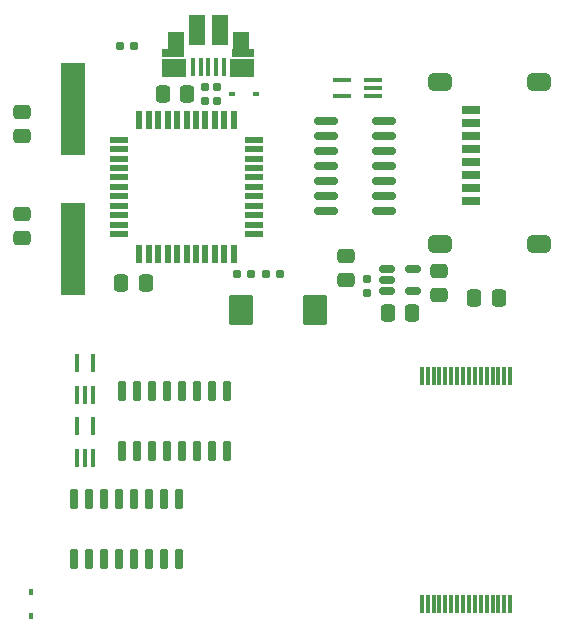
<source format=gbr>
%TF.GenerationSoftware,KiCad,Pcbnew,(6.0.9)*%
%TF.CreationDate,2023-01-10T17:41:50+01:00*%
%TF.ProjectId,gbcart,67626361-7274-42e6-9b69-6361645f7063,rev?*%
%TF.SameCoordinates,Original*%
%TF.FileFunction,Paste,Top*%
%TF.FilePolarity,Positive*%
%FSLAX46Y46*%
G04 Gerber Fmt 4.6, Leading zero omitted, Abs format (unit mm)*
G04 Created by KiCad (PCBNEW (6.0.9)) date 2023-01-10 17:41:50*
%MOMM*%
%LPD*%
G01*
G04 APERTURE LIST*
G04 Aperture macros list*
%AMRoundRect*
0 Rectangle with rounded corners*
0 $1 Rounding radius*
0 $2 $3 $4 $5 $6 $7 $8 $9 X,Y pos of 4 corners*
0 Add a 4 corners polygon primitive as box body*
4,1,4,$2,$3,$4,$5,$6,$7,$8,$9,$2,$3,0*
0 Add four circle primitives for the rounded corners*
1,1,$1+$1,$2,$3*
1,1,$1+$1,$4,$5*
1,1,$1+$1,$6,$7*
1,1,$1+$1,$8,$9*
0 Add four rect primitives between the rounded corners*
20,1,$1+$1,$2,$3,$4,$5,0*
20,1,$1+$1,$4,$5,$6,$7,0*
20,1,$1+$1,$6,$7,$8,$9,0*
20,1,$1+$1,$8,$9,$2,$3,0*%
G04 Aperture macros list end*
%ADD10RoundRect,0.160000X-0.197500X-0.160000X0.197500X-0.160000X0.197500X0.160000X-0.197500X0.160000X0*%
%ADD11R,1.500000X0.800000*%
%ADD12RoundRect,0.362500X0.637500X-0.362500X0.637500X0.362500X-0.637500X0.362500X-0.637500X-0.362500X0*%
%ADD13R,0.400000X1.650000*%
%ADD14R,1.350000X2.000000*%
%ADD15R,2.000000X1.500000*%
%ADD16R,1.430000X2.500000*%
%ADD17R,1.825000X0.700000*%
%ADD18R,0.450000X0.600000*%
%ADD19RoundRect,0.250000X0.337500X0.475000X-0.337500X0.475000X-0.337500X-0.475000X0.337500X-0.475000X0*%
%ADD20RoundRect,0.250000X-0.337500X-0.475000X0.337500X-0.475000X0.337500X0.475000X-0.337500X0.475000X0*%
%ADD21RoundRect,0.160000X-0.160000X0.197500X-0.160000X-0.197500X0.160000X-0.197500X0.160000X0.197500X0*%
%ADD22RoundRect,0.150000X-0.512500X-0.150000X0.512500X-0.150000X0.512500X0.150000X-0.512500X0.150000X0*%
%ADD23R,0.400000X1.500000*%
%ADD24R,0.550000X1.500000*%
%ADD25R,1.500000X0.550000*%
%ADD26RoundRect,0.150000X0.150000X-0.725000X0.150000X0.725000X-0.150000X0.725000X-0.150000X-0.725000X0*%
%ADD27R,1.500000X0.400000*%
%ADD28RoundRect,0.160000X0.197500X0.160000X-0.197500X0.160000X-0.197500X-0.160000X0.197500X-0.160000X0*%
%ADD29RoundRect,0.075000X-0.075000X0.712500X-0.075000X-0.712500X0.075000X-0.712500X0.075000X0.712500X0*%
%ADD30RoundRect,0.250000X-0.475000X0.337500X-0.475000X-0.337500X0.475000X-0.337500X0.475000X0.337500X0*%
%ADD31R,0.600000X0.450000*%
%ADD32RoundRect,0.150000X-0.825000X-0.150000X0.825000X-0.150000X0.825000X0.150000X-0.825000X0.150000X0*%
%ADD33R,2.000000X7.875000*%
%ADD34RoundRect,0.250000X0.475000X-0.337500X0.475000X0.337500X-0.475000X0.337500X-0.475000X-0.337500X0*%
%ADD35RoundRect,0.160000X0.160000X-0.197500X0.160000X0.197500X-0.160000X0.197500X-0.160000X-0.197500X0*%
%ADD36RoundRect,0.250000X-0.787500X-1.025000X0.787500X-1.025000X0.787500X1.025000X-0.787500X1.025000X0*%
G04 APERTURE END LIST*
D10*
%TO.C,R4*%
X117766500Y-82296000D03*
X118961500Y-82296000D03*
%TD*%
D11*
%TO.C,J3*%
X137600000Y-76103000D03*
X137600000Y-75003000D03*
X137600000Y-73903000D03*
X137600000Y-72803000D03*
X137600000Y-71703000D03*
X137600000Y-70603000D03*
X137600000Y-69503000D03*
X137600000Y-68403000D03*
D12*
X143300000Y-66023000D03*
X135000000Y-79773000D03*
X135000000Y-66023000D03*
X143300000Y-79773000D03*
%TD*%
D13*
%TO.C,J2*%
X116641000Y-64757000D03*
X115991000Y-64757000D03*
X115341000Y-64757000D03*
X114691000Y-64757000D03*
X114041000Y-64757000D03*
D14*
X118071000Y-62807000D03*
D15*
X112441000Y-64877000D03*
D16*
X116301000Y-61607000D03*
D17*
X112341000Y-63557000D03*
D14*
X112591000Y-62807000D03*
D15*
X118191000Y-64857000D03*
D17*
X118291000Y-63557000D03*
D16*
X114381000Y-61607000D03*
%TD*%
D18*
%TO.C,D2*%
X100330000Y-109186000D03*
X100330000Y-111286000D03*
%TD*%
D19*
%TO.C,C7*%
X139954000Y-84328000D03*
X137879000Y-84328000D03*
%TD*%
D20*
%TO.C,C4*%
X107950000Y-83058000D03*
X110025000Y-83058000D03*
%TD*%
D21*
%TO.C,R2*%
X115062000Y-66458500D03*
X115062000Y-67653500D03*
%TD*%
D22*
%TO.C,U8*%
X130434500Y-81854000D03*
X130434500Y-82804000D03*
X130434500Y-83754000D03*
X132709500Y-83754000D03*
X132709500Y-81854000D03*
%TD*%
D23*
%TO.C,U3*%
X104252000Y-92516000D03*
X104902000Y-92516000D03*
X105552000Y-92516000D03*
X105552000Y-89856000D03*
X104252000Y-89856000D03*
%TD*%
D24*
%TO.C,U1*%
X117500000Y-69230000D03*
X116700000Y-69230000D03*
X115900000Y-69230000D03*
X115100000Y-69230000D03*
X114300000Y-69230000D03*
X113500000Y-69230000D03*
X112700000Y-69230000D03*
X111900000Y-69230000D03*
X111100000Y-69230000D03*
X110300000Y-69230000D03*
X109500000Y-69230000D03*
D25*
X107800000Y-70930000D03*
X107800000Y-71730000D03*
X107800000Y-72530000D03*
X107800000Y-73330000D03*
X107800000Y-74130000D03*
X107800000Y-74930000D03*
X107800000Y-75730000D03*
X107800000Y-76530000D03*
X107800000Y-77330000D03*
X107800000Y-78130000D03*
X107800000Y-78930000D03*
D24*
X109500000Y-80630000D03*
X110300000Y-80630000D03*
X111100000Y-80630000D03*
X111900000Y-80630000D03*
X112700000Y-80630000D03*
X113500000Y-80630000D03*
X114300000Y-80630000D03*
X115100000Y-80630000D03*
X115900000Y-80630000D03*
X116700000Y-80630000D03*
X117500000Y-80630000D03*
D25*
X119200000Y-78930000D03*
X119200000Y-78130000D03*
X119200000Y-77330000D03*
X119200000Y-76530000D03*
X119200000Y-75730000D03*
X119200000Y-74930000D03*
X119200000Y-74130000D03*
X119200000Y-73330000D03*
X119200000Y-72530000D03*
X119200000Y-71730000D03*
X119200000Y-70930000D03*
%TD*%
D21*
%TO.C,R3*%
X116078000Y-66458500D03*
X116078000Y-67653500D03*
%TD*%
D19*
%TO.C,C1*%
X132609500Y-85598000D03*
X130534500Y-85598000D03*
%TD*%
%TO.C,C8*%
X113559500Y-67056000D03*
X111484500Y-67056000D03*
%TD*%
D26*
%TO.C,U4*%
X108077000Y-97317000D03*
X109347000Y-97317000D03*
X110617000Y-97317000D03*
X111887000Y-97317000D03*
X113157000Y-97317000D03*
X114427000Y-97317000D03*
X115697000Y-97317000D03*
X116967000Y-97317000D03*
X116967000Y-92167000D03*
X115697000Y-92167000D03*
X114427000Y-92167000D03*
X113157000Y-92167000D03*
X111887000Y-92167000D03*
X110617000Y-92167000D03*
X109347000Y-92167000D03*
X108077000Y-92167000D03*
%TD*%
D27*
%TO.C,U7*%
X129286000Y-67198000D03*
X129286000Y-66548000D03*
X129286000Y-65898000D03*
X126626000Y-65898000D03*
X126626000Y-67198000D03*
%TD*%
D28*
%TO.C,R5*%
X121412000Y-82296000D03*
X120217000Y-82296000D03*
%TD*%
D29*
%TO.C,U5*%
X140910000Y-90896500D03*
X140410000Y-90896500D03*
X139910000Y-90896500D03*
X139410000Y-90896500D03*
X138910000Y-90896500D03*
X138410000Y-90896500D03*
X137910000Y-90896500D03*
X137410000Y-90896500D03*
X136910000Y-90896500D03*
X136410000Y-90896500D03*
X135910000Y-90896500D03*
X135410000Y-90896500D03*
X134910000Y-90896500D03*
X134410000Y-90896500D03*
X133910000Y-90896500D03*
X133410000Y-90896500D03*
X133410000Y-110271500D03*
X133910000Y-110271500D03*
X134410000Y-110271500D03*
X134910000Y-110271500D03*
X135410000Y-110271500D03*
X135910000Y-110271500D03*
X136410000Y-110271500D03*
X136910000Y-110271500D03*
X137410000Y-110271500D03*
X137910000Y-110271500D03*
X138410000Y-110271500D03*
X138910000Y-110271500D03*
X139410000Y-110271500D03*
X139910000Y-110271500D03*
X140410000Y-110271500D03*
X140910000Y-110271500D03*
%TD*%
D30*
%TO.C,C2*%
X99568000Y-77216000D03*
X99568000Y-79291000D03*
%TD*%
D31*
%TO.C,D1*%
X119414000Y-67056000D03*
X117314000Y-67056000D03*
%TD*%
D30*
%TO.C,C5*%
X134874000Y-82020500D03*
X134874000Y-84095500D03*
%TD*%
D28*
%TO.C,R6*%
X109055500Y-62992000D03*
X107860500Y-62992000D03*
%TD*%
D32*
%TO.C,U6*%
X125287000Y-69342000D03*
X125287000Y-70612000D03*
X125287000Y-71882000D03*
X125287000Y-73152000D03*
X125287000Y-74422000D03*
X125287000Y-75692000D03*
X125287000Y-76962000D03*
X130237000Y-76962000D03*
X130237000Y-75692000D03*
X130237000Y-74422000D03*
X130237000Y-73152000D03*
X130237000Y-71882000D03*
X130237000Y-70612000D03*
X130237000Y-69342000D03*
%TD*%
D26*
%TO.C,U2*%
X104013000Y-106461000D03*
X105283000Y-106461000D03*
X106553000Y-106461000D03*
X107823000Y-106461000D03*
X109093000Y-106461000D03*
X110363000Y-106461000D03*
X111633000Y-106461000D03*
X112903000Y-106461000D03*
X112903000Y-101311000D03*
X111633000Y-101311000D03*
X110363000Y-101311000D03*
X109093000Y-101311000D03*
X107823000Y-101311000D03*
X106553000Y-101311000D03*
X105283000Y-101311000D03*
X104013000Y-101311000D03*
%TD*%
D33*
%TO.C,Y1*%
X103886000Y-68326000D03*
X103886000Y-80201000D03*
%TD*%
D34*
%TO.C,C3*%
X99568000Y-70633500D03*
X99568000Y-68558500D03*
%TD*%
D23*
%TO.C,U9*%
X104252000Y-97850000D03*
X104902000Y-97850000D03*
X105552000Y-97850000D03*
X105552000Y-95190000D03*
X104252000Y-95190000D03*
%TD*%
D35*
%TO.C,R1*%
X128778000Y-83909500D03*
X128778000Y-82714500D03*
%TD*%
D30*
%TO.C,C6*%
X127000000Y-80772000D03*
X127000000Y-82847000D03*
%TD*%
D36*
%TO.C,C9*%
X118110000Y-85344000D03*
X124335000Y-85344000D03*
%TD*%
M02*

</source>
